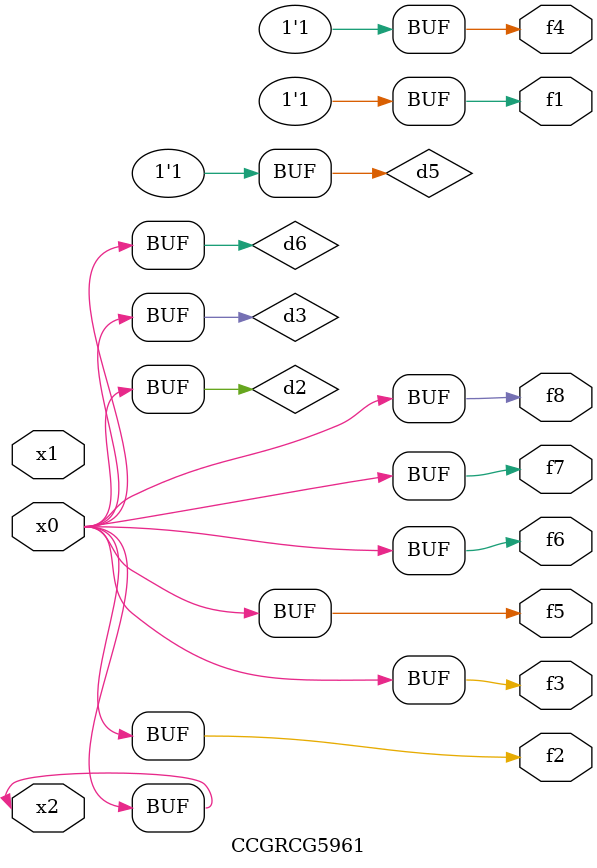
<source format=v>
module CCGRCG5961(
	input x0, x1, x2,
	output f1, f2, f3, f4, f5, f6, f7, f8
);

	wire d1, d2, d3, d4, d5, d6;

	xnor (d1, x2);
	buf (d2, x0, x2);
	and (d3, x0);
	xnor (d4, x1, x2);
	nand (d5, d1, d3);
	buf (d6, d2, d3);
	assign f1 = d5;
	assign f2 = d6;
	assign f3 = d6;
	assign f4 = d5;
	assign f5 = d6;
	assign f6 = d6;
	assign f7 = d6;
	assign f8 = d6;
endmodule

</source>
